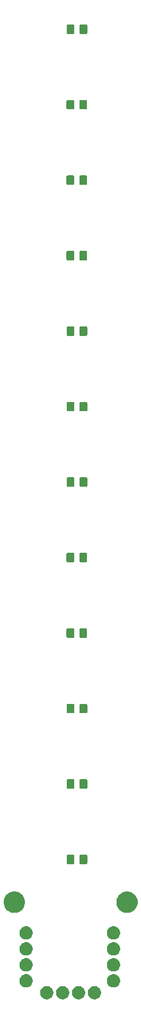
<source format=gbr>
G04 #@! TF.GenerationSoftware,KiCad,Pcbnew,(5.1.4)-1*
G04 #@! TF.CreationDate,2019-09-16T17:16:43+02:00*
G04 #@! TF.ProjectId,LED_Leiste,4c45445f-4c65-4697-9374-652e6b696361,rev?*
G04 #@! TF.SameCoordinates,Original*
G04 #@! TF.FileFunction,Soldermask,Bot*
G04 #@! TF.FilePolarity,Negative*
%FSLAX46Y46*%
G04 Gerber Fmt 4.6, Leading zero omitted, Abs format (unit mm)*
G04 Created by KiCad (PCBNEW (5.1.4)-1) date 2019-09-16 17:16:43*
%MOMM*%
%LPD*%
G04 APERTURE LIST*
%ADD10C,0.100000*%
G04 APERTURE END LIST*
D10*
G36*
X299036564Y-203379389D02*
G01*
X299227833Y-203458615D01*
X299227835Y-203458616D01*
X299305649Y-203510610D01*
X299399973Y-203573635D01*
X299546365Y-203720027D01*
X299661385Y-203892167D01*
X299740611Y-204083436D01*
X299781000Y-204286484D01*
X299781000Y-204493516D01*
X299740611Y-204696564D01*
X299661385Y-204887833D01*
X299661384Y-204887835D01*
X299546365Y-205059973D01*
X299399973Y-205206365D01*
X299227835Y-205321384D01*
X299227834Y-205321385D01*
X299227833Y-205321385D01*
X299036564Y-205400611D01*
X298833516Y-205441000D01*
X298626484Y-205441000D01*
X298423436Y-205400611D01*
X298232167Y-205321385D01*
X298232166Y-205321385D01*
X298232165Y-205321384D01*
X298060027Y-205206365D01*
X297913635Y-205059973D01*
X297798616Y-204887835D01*
X297798615Y-204887833D01*
X297719389Y-204696564D01*
X297679000Y-204493516D01*
X297679000Y-204286484D01*
X297719389Y-204083436D01*
X297798615Y-203892167D01*
X297913635Y-203720027D01*
X298060027Y-203573635D01*
X298154351Y-203510610D01*
X298232165Y-203458616D01*
X298232167Y-203458615D01*
X298423436Y-203379389D01*
X298626484Y-203339000D01*
X298833516Y-203339000D01*
X299036564Y-203379389D01*
X299036564Y-203379389D01*
G37*
G36*
X301576564Y-203379389D02*
G01*
X301767833Y-203458615D01*
X301767835Y-203458616D01*
X301845649Y-203510610D01*
X301939973Y-203573635D01*
X302086365Y-203720027D01*
X302201385Y-203892167D01*
X302280611Y-204083436D01*
X302321000Y-204286484D01*
X302321000Y-204493516D01*
X302280611Y-204696564D01*
X302201385Y-204887833D01*
X302201384Y-204887835D01*
X302086365Y-205059973D01*
X301939973Y-205206365D01*
X301767835Y-205321384D01*
X301767834Y-205321385D01*
X301767833Y-205321385D01*
X301576564Y-205400611D01*
X301373516Y-205441000D01*
X301166484Y-205441000D01*
X300963436Y-205400611D01*
X300772167Y-205321385D01*
X300772166Y-205321385D01*
X300772165Y-205321384D01*
X300600027Y-205206365D01*
X300453635Y-205059973D01*
X300338616Y-204887835D01*
X300338615Y-204887833D01*
X300259389Y-204696564D01*
X300219000Y-204493516D01*
X300219000Y-204286484D01*
X300259389Y-204083436D01*
X300338615Y-203892167D01*
X300453635Y-203720027D01*
X300600027Y-203573635D01*
X300694351Y-203510610D01*
X300772165Y-203458616D01*
X300772167Y-203458615D01*
X300963436Y-203379389D01*
X301166484Y-203339000D01*
X301373516Y-203339000D01*
X301576564Y-203379389D01*
X301576564Y-203379389D01*
G37*
G36*
X304116564Y-203379389D02*
G01*
X304307833Y-203458615D01*
X304307835Y-203458616D01*
X304385649Y-203510610D01*
X304479973Y-203573635D01*
X304626365Y-203720027D01*
X304741385Y-203892167D01*
X304820611Y-204083436D01*
X304861000Y-204286484D01*
X304861000Y-204493516D01*
X304820611Y-204696564D01*
X304741385Y-204887833D01*
X304741384Y-204887835D01*
X304626365Y-205059973D01*
X304479973Y-205206365D01*
X304307835Y-205321384D01*
X304307834Y-205321385D01*
X304307833Y-205321385D01*
X304116564Y-205400611D01*
X303913516Y-205441000D01*
X303706484Y-205441000D01*
X303503436Y-205400611D01*
X303312167Y-205321385D01*
X303312166Y-205321385D01*
X303312165Y-205321384D01*
X303140027Y-205206365D01*
X302993635Y-205059973D01*
X302878616Y-204887835D01*
X302878615Y-204887833D01*
X302799389Y-204696564D01*
X302759000Y-204493516D01*
X302759000Y-204286484D01*
X302799389Y-204083436D01*
X302878615Y-203892167D01*
X302993635Y-203720027D01*
X303140027Y-203573635D01*
X303234351Y-203510610D01*
X303312165Y-203458616D01*
X303312167Y-203458615D01*
X303503436Y-203379389D01*
X303706484Y-203339000D01*
X303913516Y-203339000D01*
X304116564Y-203379389D01*
X304116564Y-203379389D01*
G37*
G36*
X296496564Y-203379389D02*
G01*
X296687833Y-203458615D01*
X296687835Y-203458616D01*
X296765649Y-203510610D01*
X296859973Y-203573635D01*
X297006365Y-203720027D01*
X297121385Y-203892167D01*
X297200611Y-204083436D01*
X297241000Y-204286484D01*
X297241000Y-204493516D01*
X297200611Y-204696564D01*
X297121385Y-204887833D01*
X297121384Y-204887835D01*
X297006365Y-205059973D01*
X296859973Y-205206365D01*
X296687835Y-205321384D01*
X296687834Y-205321385D01*
X296687833Y-205321385D01*
X296496564Y-205400611D01*
X296293516Y-205441000D01*
X296086484Y-205441000D01*
X295883436Y-205400611D01*
X295692167Y-205321385D01*
X295692166Y-205321385D01*
X295692165Y-205321384D01*
X295520027Y-205206365D01*
X295373635Y-205059973D01*
X295258616Y-204887835D01*
X295258615Y-204887833D01*
X295179389Y-204696564D01*
X295139000Y-204493516D01*
X295139000Y-204286484D01*
X295179389Y-204083436D01*
X295258615Y-203892167D01*
X295373635Y-203720027D01*
X295520027Y-203573635D01*
X295614351Y-203510610D01*
X295692165Y-203458616D01*
X295692167Y-203458615D01*
X295883436Y-203379389D01*
X296086484Y-203339000D01*
X296293516Y-203339000D01*
X296496564Y-203379389D01*
X296496564Y-203379389D01*
G37*
G36*
X307146564Y-201489389D02*
G01*
X307337833Y-201568615D01*
X307337835Y-201568616D01*
X307509973Y-201683635D01*
X307656365Y-201830027D01*
X307771385Y-202002167D01*
X307850611Y-202193436D01*
X307891000Y-202396484D01*
X307891000Y-202603516D01*
X307850611Y-202806564D01*
X307771385Y-202997833D01*
X307771384Y-202997835D01*
X307656365Y-203169973D01*
X307509973Y-203316365D01*
X307337835Y-203431384D01*
X307337834Y-203431385D01*
X307337833Y-203431385D01*
X307146564Y-203510611D01*
X306943516Y-203551000D01*
X306736484Y-203551000D01*
X306533436Y-203510611D01*
X306342167Y-203431385D01*
X306342166Y-203431385D01*
X306342165Y-203431384D01*
X306170027Y-203316365D01*
X306023635Y-203169973D01*
X305908616Y-202997835D01*
X305908615Y-202997833D01*
X305829389Y-202806564D01*
X305789000Y-202603516D01*
X305789000Y-202396484D01*
X305829389Y-202193436D01*
X305908615Y-202002167D01*
X306023635Y-201830027D01*
X306170027Y-201683635D01*
X306342165Y-201568616D01*
X306342167Y-201568615D01*
X306533436Y-201489389D01*
X306736484Y-201449000D01*
X306943516Y-201449000D01*
X307146564Y-201489389D01*
X307146564Y-201489389D01*
G37*
G36*
X293196564Y-201489389D02*
G01*
X293387833Y-201568615D01*
X293387835Y-201568616D01*
X293559973Y-201683635D01*
X293706365Y-201830027D01*
X293821385Y-202002167D01*
X293900611Y-202193436D01*
X293941000Y-202396484D01*
X293941000Y-202603516D01*
X293900611Y-202806564D01*
X293821385Y-202997833D01*
X293821384Y-202997835D01*
X293706365Y-203169973D01*
X293559973Y-203316365D01*
X293387835Y-203431384D01*
X293387834Y-203431385D01*
X293387833Y-203431385D01*
X293196564Y-203510611D01*
X292993516Y-203551000D01*
X292786484Y-203551000D01*
X292583436Y-203510611D01*
X292392167Y-203431385D01*
X292392166Y-203431385D01*
X292392165Y-203431384D01*
X292220027Y-203316365D01*
X292073635Y-203169973D01*
X291958616Y-202997835D01*
X291958615Y-202997833D01*
X291879389Y-202806564D01*
X291839000Y-202603516D01*
X291839000Y-202396484D01*
X291879389Y-202193436D01*
X291958615Y-202002167D01*
X292073635Y-201830027D01*
X292220027Y-201683635D01*
X292392165Y-201568616D01*
X292392167Y-201568615D01*
X292583436Y-201489389D01*
X292786484Y-201449000D01*
X292993516Y-201449000D01*
X293196564Y-201489389D01*
X293196564Y-201489389D01*
G37*
G36*
X293196564Y-198949389D02*
G01*
X293387833Y-199028615D01*
X293387835Y-199028616D01*
X293559973Y-199143635D01*
X293706365Y-199290027D01*
X293821385Y-199462167D01*
X293900611Y-199653436D01*
X293941000Y-199856484D01*
X293941000Y-200063516D01*
X293900611Y-200266564D01*
X293821385Y-200457833D01*
X293821384Y-200457835D01*
X293706365Y-200629973D01*
X293559973Y-200776365D01*
X293387835Y-200891384D01*
X293387834Y-200891385D01*
X293387833Y-200891385D01*
X293196564Y-200970611D01*
X292993516Y-201011000D01*
X292786484Y-201011000D01*
X292583436Y-200970611D01*
X292392167Y-200891385D01*
X292392166Y-200891385D01*
X292392165Y-200891384D01*
X292220027Y-200776365D01*
X292073635Y-200629973D01*
X291958616Y-200457835D01*
X291958615Y-200457833D01*
X291879389Y-200266564D01*
X291839000Y-200063516D01*
X291839000Y-199856484D01*
X291879389Y-199653436D01*
X291958615Y-199462167D01*
X292073635Y-199290027D01*
X292220027Y-199143635D01*
X292392165Y-199028616D01*
X292392167Y-199028615D01*
X292583436Y-198949389D01*
X292786484Y-198909000D01*
X292993516Y-198909000D01*
X293196564Y-198949389D01*
X293196564Y-198949389D01*
G37*
G36*
X307146564Y-198949389D02*
G01*
X307337833Y-199028615D01*
X307337835Y-199028616D01*
X307509973Y-199143635D01*
X307656365Y-199290027D01*
X307771385Y-199462167D01*
X307850611Y-199653436D01*
X307891000Y-199856484D01*
X307891000Y-200063516D01*
X307850611Y-200266564D01*
X307771385Y-200457833D01*
X307771384Y-200457835D01*
X307656365Y-200629973D01*
X307509973Y-200776365D01*
X307337835Y-200891384D01*
X307337834Y-200891385D01*
X307337833Y-200891385D01*
X307146564Y-200970611D01*
X306943516Y-201011000D01*
X306736484Y-201011000D01*
X306533436Y-200970611D01*
X306342167Y-200891385D01*
X306342166Y-200891385D01*
X306342165Y-200891384D01*
X306170027Y-200776365D01*
X306023635Y-200629973D01*
X305908616Y-200457835D01*
X305908615Y-200457833D01*
X305829389Y-200266564D01*
X305789000Y-200063516D01*
X305789000Y-199856484D01*
X305829389Y-199653436D01*
X305908615Y-199462167D01*
X306023635Y-199290027D01*
X306170027Y-199143635D01*
X306342165Y-199028616D01*
X306342167Y-199028615D01*
X306533436Y-198949389D01*
X306736484Y-198909000D01*
X306943516Y-198909000D01*
X307146564Y-198949389D01*
X307146564Y-198949389D01*
G37*
G36*
X293196564Y-196409389D02*
G01*
X293387833Y-196488615D01*
X293387835Y-196488616D01*
X293559973Y-196603635D01*
X293706365Y-196750027D01*
X293821385Y-196922167D01*
X293900611Y-197113436D01*
X293941000Y-197316484D01*
X293941000Y-197523516D01*
X293900611Y-197726564D01*
X293821385Y-197917833D01*
X293821384Y-197917835D01*
X293706365Y-198089973D01*
X293559973Y-198236365D01*
X293387835Y-198351384D01*
X293387834Y-198351385D01*
X293387833Y-198351385D01*
X293196564Y-198430611D01*
X292993516Y-198471000D01*
X292786484Y-198471000D01*
X292583436Y-198430611D01*
X292392167Y-198351385D01*
X292392166Y-198351385D01*
X292392165Y-198351384D01*
X292220027Y-198236365D01*
X292073635Y-198089973D01*
X291958616Y-197917835D01*
X291958615Y-197917833D01*
X291879389Y-197726564D01*
X291839000Y-197523516D01*
X291839000Y-197316484D01*
X291879389Y-197113436D01*
X291958615Y-196922167D01*
X292073635Y-196750027D01*
X292220027Y-196603635D01*
X292392165Y-196488616D01*
X292392167Y-196488615D01*
X292583436Y-196409389D01*
X292786484Y-196369000D01*
X292993516Y-196369000D01*
X293196564Y-196409389D01*
X293196564Y-196409389D01*
G37*
G36*
X307146564Y-196409389D02*
G01*
X307337833Y-196488615D01*
X307337835Y-196488616D01*
X307509973Y-196603635D01*
X307656365Y-196750027D01*
X307771385Y-196922167D01*
X307850611Y-197113436D01*
X307891000Y-197316484D01*
X307891000Y-197523516D01*
X307850611Y-197726564D01*
X307771385Y-197917833D01*
X307771384Y-197917835D01*
X307656365Y-198089973D01*
X307509973Y-198236365D01*
X307337835Y-198351384D01*
X307337834Y-198351385D01*
X307337833Y-198351385D01*
X307146564Y-198430611D01*
X306943516Y-198471000D01*
X306736484Y-198471000D01*
X306533436Y-198430611D01*
X306342167Y-198351385D01*
X306342166Y-198351385D01*
X306342165Y-198351384D01*
X306170027Y-198236365D01*
X306023635Y-198089973D01*
X305908616Y-197917835D01*
X305908615Y-197917833D01*
X305829389Y-197726564D01*
X305789000Y-197523516D01*
X305789000Y-197316484D01*
X305829389Y-197113436D01*
X305908615Y-196922167D01*
X306023635Y-196750027D01*
X306170027Y-196603635D01*
X306342165Y-196488616D01*
X306342167Y-196488615D01*
X306533436Y-196409389D01*
X306736484Y-196369000D01*
X306943516Y-196369000D01*
X307146564Y-196409389D01*
X307146564Y-196409389D01*
G37*
G36*
X307146564Y-193869389D02*
G01*
X307337833Y-193948615D01*
X307337835Y-193948616D01*
X307509973Y-194063635D01*
X307656365Y-194210027D01*
X307771385Y-194382167D01*
X307850611Y-194573436D01*
X307891000Y-194776484D01*
X307891000Y-194983516D01*
X307850611Y-195186564D01*
X307771385Y-195377833D01*
X307771384Y-195377835D01*
X307656365Y-195549973D01*
X307509973Y-195696365D01*
X307337835Y-195811384D01*
X307337834Y-195811385D01*
X307337833Y-195811385D01*
X307146564Y-195890611D01*
X306943516Y-195931000D01*
X306736484Y-195931000D01*
X306533436Y-195890611D01*
X306342167Y-195811385D01*
X306342166Y-195811385D01*
X306342165Y-195811384D01*
X306170027Y-195696365D01*
X306023635Y-195549973D01*
X305908616Y-195377835D01*
X305908615Y-195377833D01*
X305829389Y-195186564D01*
X305789000Y-194983516D01*
X305789000Y-194776484D01*
X305829389Y-194573436D01*
X305908615Y-194382167D01*
X306023635Y-194210027D01*
X306170027Y-194063635D01*
X306342165Y-193948616D01*
X306342167Y-193948615D01*
X306533436Y-193869389D01*
X306736484Y-193829000D01*
X306943516Y-193829000D01*
X307146564Y-193869389D01*
X307146564Y-193869389D01*
G37*
G36*
X293196564Y-193869389D02*
G01*
X293387833Y-193948615D01*
X293387835Y-193948616D01*
X293559973Y-194063635D01*
X293706365Y-194210027D01*
X293821385Y-194382167D01*
X293900611Y-194573436D01*
X293941000Y-194776484D01*
X293941000Y-194983516D01*
X293900611Y-195186564D01*
X293821385Y-195377833D01*
X293821384Y-195377835D01*
X293706365Y-195549973D01*
X293559973Y-195696365D01*
X293387835Y-195811384D01*
X293387834Y-195811385D01*
X293387833Y-195811385D01*
X293196564Y-195890611D01*
X292993516Y-195931000D01*
X292786484Y-195931000D01*
X292583436Y-195890611D01*
X292392167Y-195811385D01*
X292392166Y-195811385D01*
X292392165Y-195811384D01*
X292220027Y-195696365D01*
X292073635Y-195549973D01*
X291958616Y-195377835D01*
X291958615Y-195377833D01*
X291879389Y-195186564D01*
X291839000Y-194983516D01*
X291839000Y-194776484D01*
X291879389Y-194573436D01*
X291958615Y-194382167D01*
X292073635Y-194210027D01*
X292220027Y-194063635D01*
X292392165Y-193948616D01*
X292392167Y-193948615D01*
X292583436Y-193869389D01*
X292786484Y-193829000D01*
X292993516Y-193829000D01*
X293196564Y-193869389D01*
X293196564Y-193869389D01*
G37*
G36*
X291496162Y-188364368D02*
G01*
X291805724Y-188492593D01*
X291805725Y-188492594D01*
X292084324Y-188678747D01*
X292321253Y-188915676D01*
X292445637Y-189101830D01*
X292507407Y-189194276D01*
X292635632Y-189503838D01*
X292701000Y-189832465D01*
X292701000Y-190167535D01*
X292635632Y-190496162D01*
X292507407Y-190805724D01*
X292507406Y-190805725D01*
X292321253Y-191084324D01*
X292084324Y-191321253D01*
X291898170Y-191445637D01*
X291805724Y-191507407D01*
X291496162Y-191635632D01*
X291167535Y-191701000D01*
X290832465Y-191701000D01*
X290503838Y-191635632D01*
X290194276Y-191507407D01*
X290101830Y-191445637D01*
X289915676Y-191321253D01*
X289678747Y-191084324D01*
X289492594Y-190805725D01*
X289492593Y-190805724D01*
X289364368Y-190496162D01*
X289299000Y-190167535D01*
X289299000Y-189832465D01*
X289364368Y-189503838D01*
X289492593Y-189194276D01*
X289554363Y-189101830D01*
X289678747Y-188915676D01*
X289915676Y-188678747D01*
X290194275Y-188492594D01*
X290194276Y-188492593D01*
X290503838Y-188364368D01*
X290832465Y-188299000D01*
X291167535Y-188299000D01*
X291496162Y-188364368D01*
X291496162Y-188364368D01*
G37*
G36*
X309496162Y-188364368D02*
G01*
X309805724Y-188492593D01*
X309805725Y-188492594D01*
X310084324Y-188678747D01*
X310321253Y-188915676D01*
X310445637Y-189101830D01*
X310507407Y-189194276D01*
X310635632Y-189503838D01*
X310701000Y-189832465D01*
X310701000Y-190167535D01*
X310635632Y-190496162D01*
X310507407Y-190805724D01*
X310507406Y-190805725D01*
X310321253Y-191084324D01*
X310084324Y-191321253D01*
X309898170Y-191445637D01*
X309805724Y-191507407D01*
X309496162Y-191635632D01*
X309167535Y-191701000D01*
X308832465Y-191701000D01*
X308503838Y-191635632D01*
X308194276Y-191507407D01*
X308101830Y-191445637D01*
X307915676Y-191321253D01*
X307678747Y-191084324D01*
X307492594Y-190805725D01*
X307492593Y-190805724D01*
X307364368Y-190496162D01*
X307299000Y-190167535D01*
X307299000Y-189832465D01*
X307364368Y-189503838D01*
X307492593Y-189194276D01*
X307554363Y-189101830D01*
X307678747Y-188915676D01*
X307915676Y-188678747D01*
X308194275Y-188492594D01*
X308194276Y-188492593D01*
X308503838Y-188364368D01*
X308832465Y-188299000D01*
X309167535Y-188299000D01*
X309496162Y-188364368D01*
X309496162Y-188364368D01*
G37*
G36*
X302488674Y-182453465D02*
G01*
X302526367Y-182464899D01*
X302561103Y-182483466D01*
X302591548Y-182508452D01*
X302616534Y-182538897D01*
X302635101Y-182573633D01*
X302646535Y-182611326D01*
X302651000Y-182656661D01*
X302651000Y-183743339D01*
X302646535Y-183788674D01*
X302635101Y-183826367D01*
X302616534Y-183861103D01*
X302591548Y-183891548D01*
X302561103Y-183916534D01*
X302526367Y-183935101D01*
X302488674Y-183946535D01*
X302443339Y-183951000D01*
X301606661Y-183951000D01*
X301561326Y-183946535D01*
X301523633Y-183935101D01*
X301488897Y-183916534D01*
X301458452Y-183891548D01*
X301433466Y-183861103D01*
X301414899Y-183826367D01*
X301403465Y-183788674D01*
X301399000Y-183743339D01*
X301399000Y-182656661D01*
X301403465Y-182611326D01*
X301414899Y-182573633D01*
X301433466Y-182538897D01*
X301458452Y-182508452D01*
X301488897Y-182483466D01*
X301523633Y-182464899D01*
X301561326Y-182453465D01*
X301606661Y-182449000D01*
X302443339Y-182449000D01*
X302488674Y-182453465D01*
X302488674Y-182453465D01*
G37*
G36*
X300438674Y-182453465D02*
G01*
X300476367Y-182464899D01*
X300511103Y-182483466D01*
X300541548Y-182508452D01*
X300566534Y-182538897D01*
X300585101Y-182573633D01*
X300596535Y-182611326D01*
X300601000Y-182656661D01*
X300601000Y-183743339D01*
X300596535Y-183788674D01*
X300585101Y-183826367D01*
X300566534Y-183861103D01*
X300541548Y-183891548D01*
X300511103Y-183916534D01*
X300476367Y-183935101D01*
X300438674Y-183946535D01*
X300393339Y-183951000D01*
X299556661Y-183951000D01*
X299511326Y-183946535D01*
X299473633Y-183935101D01*
X299438897Y-183916534D01*
X299408452Y-183891548D01*
X299383466Y-183861103D01*
X299364899Y-183826367D01*
X299353465Y-183788674D01*
X299349000Y-183743339D01*
X299349000Y-182656661D01*
X299353465Y-182611326D01*
X299364899Y-182573633D01*
X299383466Y-182538897D01*
X299408452Y-182508452D01*
X299438897Y-182483466D01*
X299473633Y-182464899D01*
X299511326Y-182453465D01*
X299556661Y-182449000D01*
X300393339Y-182449000D01*
X300438674Y-182453465D01*
X300438674Y-182453465D01*
G37*
G36*
X302488674Y-170453465D02*
G01*
X302526367Y-170464899D01*
X302561103Y-170483466D01*
X302591548Y-170508452D01*
X302616534Y-170538897D01*
X302635101Y-170573633D01*
X302646535Y-170611326D01*
X302651000Y-170656661D01*
X302651000Y-171743339D01*
X302646535Y-171788674D01*
X302635101Y-171826367D01*
X302616534Y-171861103D01*
X302591548Y-171891548D01*
X302561103Y-171916534D01*
X302526367Y-171935101D01*
X302488674Y-171946535D01*
X302443339Y-171951000D01*
X301606661Y-171951000D01*
X301561326Y-171946535D01*
X301523633Y-171935101D01*
X301488897Y-171916534D01*
X301458452Y-171891548D01*
X301433466Y-171861103D01*
X301414899Y-171826367D01*
X301403465Y-171788674D01*
X301399000Y-171743339D01*
X301399000Y-170656661D01*
X301403465Y-170611326D01*
X301414899Y-170573633D01*
X301433466Y-170538897D01*
X301458452Y-170508452D01*
X301488897Y-170483466D01*
X301523633Y-170464899D01*
X301561326Y-170453465D01*
X301606661Y-170449000D01*
X302443339Y-170449000D01*
X302488674Y-170453465D01*
X302488674Y-170453465D01*
G37*
G36*
X300438674Y-170453465D02*
G01*
X300476367Y-170464899D01*
X300511103Y-170483466D01*
X300541548Y-170508452D01*
X300566534Y-170538897D01*
X300585101Y-170573633D01*
X300596535Y-170611326D01*
X300601000Y-170656661D01*
X300601000Y-171743339D01*
X300596535Y-171788674D01*
X300585101Y-171826367D01*
X300566534Y-171861103D01*
X300541548Y-171891548D01*
X300511103Y-171916534D01*
X300476367Y-171935101D01*
X300438674Y-171946535D01*
X300393339Y-171951000D01*
X299556661Y-171951000D01*
X299511326Y-171946535D01*
X299473633Y-171935101D01*
X299438897Y-171916534D01*
X299408452Y-171891548D01*
X299383466Y-171861103D01*
X299364899Y-171826367D01*
X299353465Y-171788674D01*
X299349000Y-171743339D01*
X299349000Y-170656661D01*
X299353465Y-170611326D01*
X299364899Y-170573633D01*
X299383466Y-170538897D01*
X299408452Y-170508452D01*
X299438897Y-170483466D01*
X299473633Y-170464899D01*
X299511326Y-170453465D01*
X299556661Y-170449000D01*
X300393339Y-170449000D01*
X300438674Y-170453465D01*
X300438674Y-170453465D01*
G37*
G36*
X302488674Y-158453465D02*
G01*
X302526367Y-158464899D01*
X302561103Y-158483466D01*
X302591548Y-158508452D01*
X302616534Y-158538897D01*
X302635101Y-158573633D01*
X302646535Y-158611326D01*
X302651000Y-158656661D01*
X302651000Y-159743339D01*
X302646535Y-159788674D01*
X302635101Y-159826367D01*
X302616534Y-159861103D01*
X302591548Y-159891548D01*
X302561103Y-159916534D01*
X302526367Y-159935101D01*
X302488674Y-159946535D01*
X302443339Y-159951000D01*
X301606661Y-159951000D01*
X301561326Y-159946535D01*
X301523633Y-159935101D01*
X301488897Y-159916534D01*
X301458452Y-159891548D01*
X301433466Y-159861103D01*
X301414899Y-159826367D01*
X301403465Y-159788674D01*
X301399000Y-159743339D01*
X301399000Y-158656661D01*
X301403465Y-158611326D01*
X301414899Y-158573633D01*
X301433466Y-158538897D01*
X301458452Y-158508452D01*
X301488897Y-158483466D01*
X301523633Y-158464899D01*
X301561326Y-158453465D01*
X301606661Y-158449000D01*
X302443339Y-158449000D01*
X302488674Y-158453465D01*
X302488674Y-158453465D01*
G37*
G36*
X300438674Y-158453465D02*
G01*
X300476367Y-158464899D01*
X300511103Y-158483466D01*
X300541548Y-158508452D01*
X300566534Y-158538897D01*
X300585101Y-158573633D01*
X300596535Y-158611326D01*
X300601000Y-158656661D01*
X300601000Y-159743339D01*
X300596535Y-159788674D01*
X300585101Y-159826367D01*
X300566534Y-159861103D01*
X300541548Y-159891548D01*
X300511103Y-159916534D01*
X300476367Y-159935101D01*
X300438674Y-159946535D01*
X300393339Y-159951000D01*
X299556661Y-159951000D01*
X299511326Y-159946535D01*
X299473633Y-159935101D01*
X299438897Y-159916534D01*
X299408452Y-159891548D01*
X299383466Y-159861103D01*
X299364899Y-159826367D01*
X299353465Y-159788674D01*
X299349000Y-159743339D01*
X299349000Y-158656661D01*
X299353465Y-158611326D01*
X299364899Y-158573633D01*
X299383466Y-158538897D01*
X299408452Y-158508452D01*
X299438897Y-158483466D01*
X299473633Y-158464899D01*
X299511326Y-158453465D01*
X299556661Y-158449000D01*
X300393339Y-158449000D01*
X300438674Y-158453465D01*
X300438674Y-158453465D01*
G37*
G36*
X302463674Y-146453465D02*
G01*
X302501367Y-146464899D01*
X302536103Y-146483466D01*
X302566548Y-146508452D01*
X302591534Y-146538897D01*
X302610101Y-146573633D01*
X302621535Y-146611326D01*
X302626000Y-146656661D01*
X302626000Y-147743339D01*
X302621535Y-147788674D01*
X302610101Y-147826367D01*
X302591534Y-147861103D01*
X302566548Y-147891548D01*
X302536103Y-147916534D01*
X302501367Y-147935101D01*
X302463674Y-147946535D01*
X302418339Y-147951000D01*
X301581661Y-147951000D01*
X301536326Y-147946535D01*
X301498633Y-147935101D01*
X301463897Y-147916534D01*
X301433452Y-147891548D01*
X301408466Y-147861103D01*
X301389899Y-147826367D01*
X301378465Y-147788674D01*
X301374000Y-147743339D01*
X301374000Y-146656661D01*
X301378465Y-146611326D01*
X301389899Y-146573633D01*
X301408466Y-146538897D01*
X301433452Y-146508452D01*
X301463897Y-146483466D01*
X301498633Y-146464899D01*
X301536326Y-146453465D01*
X301581661Y-146449000D01*
X302418339Y-146449000D01*
X302463674Y-146453465D01*
X302463674Y-146453465D01*
G37*
G36*
X300413674Y-146453465D02*
G01*
X300451367Y-146464899D01*
X300486103Y-146483466D01*
X300516548Y-146508452D01*
X300541534Y-146538897D01*
X300560101Y-146573633D01*
X300571535Y-146611326D01*
X300576000Y-146656661D01*
X300576000Y-147743339D01*
X300571535Y-147788674D01*
X300560101Y-147826367D01*
X300541534Y-147861103D01*
X300516548Y-147891548D01*
X300486103Y-147916534D01*
X300451367Y-147935101D01*
X300413674Y-147946535D01*
X300368339Y-147951000D01*
X299531661Y-147951000D01*
X299486326Y-147946535D01*
X299448633Y-147935101D01*
X299413897Y-147916534D01*
X299383452Y-147891548D01*
X299358466Y-147861103D01*
X299339899Y-147826367D01*
X299328465Y-147788674D01*
X299324000Y-147743339D01*
X299324000Y-146656661D01*
X299328465Y-146611326D01*
X299339899Y-146573633D01*
X299358466Y-146538897D01*
X299383452Y-146508452D01*
X299413897Y-146483466D01*
X299448633Y-146464899D01*
X299486326Y-146453465D01*
X299531661Y-146449000D01*
X300368339Y-146449000D01*
X300413674Y-146453465D01*
X300413674Y-146453465D01*
G37*
G36*
X302463674Y-134453465D02*
G01*
X302501367Y-134464899D01*
X302536103Y-134483466D01*
X302566548Y-134508452D01*
X302591534Y-134538897D01*
X302610101Y-134573633D01*
X302621535Y-134611326D01*
X302626000Y-134656661D01*
X302626000Y-135743339D01*
X302621535Y-135788674D01*
X302610101Y-135826367D01*
X302591534Y-135861103D01*
X302566548Y-135891548D01*
X302536103Y-135916534D01*
X302501367Y-135935101D01*
X302463674Y-135946535D01*
X302418339Y-135951000D01*
X301581661Y-135951000D01*
X301536326Y-135946535D01*
X301498633Y-135935101D01*
X301463897Y-135916534D01*
X301433452Y-135891548D01*
X301408466Y-135861103D01*
X301389899Y-135826367D01*
X301378465Y-135788674D01*
X301374000Y-135743339D01*
X301374000Y-134656661D01*
X301378465Y-134611326D01*
X301389899Y-134573633D01*
X301408466Y-134538897D01*
X301433452Y-134508452D01*
X301463897Y-134483466D01*
X301498633Y-134464899D01*
X301536326Y-134453465D01*
X301581661Y-134449000D01*
X302418339Y-134449000D01*
X302463674Y-134453465D01*
X302463674Y-134453465D01*
G37*
G36*
X300413674Y-134453465D02*
G01*
X300451367Y-134464899D01*
X300486103Y-134483466D01*
X300516548Y-134508452D01*
X300541534Y-134538897D01*
X300560101Y-134573633D01*
X300571535Y-134611326D01*
X300576000Y-134656661D01*
X300576000Y-135743339D01*
X300571535Y-135788674D01*
X300560101Y-135826367D01*
X300541534Y-135861103D01*
X300516548Y-135891548D01*
X300486103Y-135916534D01*
X300451367Y-135935101D01*
X300413674Y-135946535D01*
X300368339Y-135951000D01*
X299531661Y-135951000D01*
X299486326Y-135946535D01*
X299448633Y-135935101D01*
X299413897Y-135916534D01*
X299383452Y-135891548D01*
X299358466Y-135861103D01*
X299339899Y-135826367D01*
X299328465Y-135788674D01*
X299324000Y-135743339D01*
X299324000Y-134656661D01*
X299328465Y-134611326D01*
X299339899Y-134573633D01*
X299358466Y-134538897D01*
X299383452Y-134508452D01*
X299413897Y-134483466D01*
X299448633Y-134464899D01*
X299486326Y-134453465D01*
X299531661Y-134449000D01*
X300368339Y-134449000D01*
X300413674Y-134453465D01*
X300413674Y-134453465D01*
G37*
G36*
X300438674Y-122453465D02*
G01*
X300476367Y-122464899D01*
X300511103Y-122483466D01*
X300541548Y-122508452D01*
X300566534Y-122538897D01*
X300585101Y-122573633D01*
X300596535Y-122611326D01*
X300601000Y-122656661D01*
X300601000Y-123743339D01*
X300596535Y-123788674D01*
X300585101Y-123826367D01*
X300566534Y-123861103D01*
X300541548Y-123891548D01*
X300511103Y-123916534D01*
X300476367Y-123935101D01*
X300438674Y-123946535D01*
X300393339Y-123951000D01*
X299556661Y-123951000D01*
X299511326Y-123946535D01*
X299473633Y-123935101D01*
X299438897Y-123916534D01*
X299408452Y-123891548D01*
X299383466Y-123861103D01*
X299364899Y-123826367D01*
X299353465Y-123788674D01*
X299349000Y-123743339D01*
X299349000Y-122656661D01*
X299353465Y-122611326D01*
X299364899Y-122573633D01*
X299383466Y-122538897D01*
X299408452Y-122508452D01*
X299438897Y-122483466D01*
X299473633Y-122464899D01*
X299511326Y-122453465D01*
X299556661Y-122449000D01*
X300393339Y-122449000D01*
X300438674Y-122453465D01*
X300438674Y-122453465D01*
G37*
G36*
X302488674Y-122453465D02*
G01*
X302526367Y-122464899D01*
X302561103Y-122483466D01*
X302591548Y-122508452D01*
X302616534Y-122538897D01*
X302635101Y-122573633D01*
X302646535Y-122611326D01*
X302651000Y-122656661D01*
X302651000Y-123743339D01*
X302646535Y-123788674D01*
X302635101Y-123826367D01*
X302616534Y-123861103D01*
X302591548Y-123891548D01*
X302561103Y-123916534D01*
X302526367Y-123935101D01*
X302488674Y-123946535D01*
X302443339Y-123951000D01*
X301606661Y-123951000D01*
X301561326Y-123946535D01*
X301523633Y-123935101D01*
X301488897Y-123916534D01*
X301458452Y-123891548D01*
X301433466Y-123861103D01*
X301414899Y-123826367D01*
X301403465Y-123788674D01*
X301399000Y-123743339D01*
X301399000Y-122656661D01*
X301403465Y-122611326D01*
X301414899Y-122573633D01*
X301433466Y-122538897D01*
X301458452Y-122508452D01*
X301488897Y-122483466D01*
X301523633Y-122464899D01*
X301561326Y-122453465D01*
X301606661Y-122449000D01*
X302443339Y-122449000D01*
X302488674Y-122453465D01*
X302488674Y-122453465D01*
G37*
G36*
X300438674Y-110453465D02*
G01*
X300476367Y-110464899D01*
X300511103Y-110483466D01*
X300541548Y-110508452D01*
X300566534Y-110538897D01*
X300585101Y-110573633D01*
X300596535Y-110611326D01*
X300601000Y-110656661D01*
X300601000Y-111743339D01*
X300596535Y-111788674D01*
X300585101Y-111826367D01*
X300566534Y-111861103D01*
X300541548Y-111891548D01*
X300511103Y-111916534D01*
X300476367Y-111935101D01*
X300438674Y-111946535D01*
X300393339Y-111951000D01*
X299556661Y-111951000D01*
X299511326Y-111946535D01*
X299473633Y-111935101D01*
X299438897Y-111916534D01*
X299408452Y-111891548D01*
X299383466Y-111861103D01*
X299364899Y-111826367D01*
X299353465Y-111788674D01*
X299349000Y-111743339D01*
X299349000Y-110656661D01*
X299353465Y-110611326D01*
X299364899Y-110573633D01*
X299383466Y-110538897D01*
X299408452Y-110508452D01*
X299438897Y-110483466D01*
X299473633Y-110464899D01*
X299511326Y-110453465D01*
X299556661Y-110449000D01*
X300393339Y-110449000D01*
X300438674Y-110453465D01*
X300438674Y-110453465D01*
G37*
G36*
X302488674Y-110453465D02*
G01*
X302526367Y-110464899D01*
X302561103Y-110483466D01*
X302591548Y-110508452D01*
X302616534Y-110538897D01*
X302635101Y-110573633D01*
X302646535Y-110611326D01*
X302651000Y-110656661D01*
X302651000Y-111743339D01*
X302646535Y-111788674D01*
X302635101Y-111826367D01*
X302616534Y-111861103D01*
X302591548Y-111891548D01*
X302561103Y-111916534D01*
X302526367Y-111935101D01*
X302488674Y-111946535D01*
X302443339Y-111951000D01*
X301606661Y-111951000D01*
X301561326Y-111946535D01*
X301523633Y-111935101D01*
X301488897Y-111916534D01*
X301458452Y-111891548D01*
X301433466Y-111861103D01*
X301414899Y-111826367D01*
X301403465Y-111788674D01*
X301399000Y-111743339D01*
X301399000Y-110656661D01*
X301403465Y-110611326D01*
X301414899Y-110573633D01*
X301433466Y-110538897D01*
X301458452Y-110508452D01*
X301488897Y-110483466D01*
X301523633Y-110464899D01*
X301561326Y-110453465D01*
X301606661Y-110449000D01*
X302443339Y-110449000D01*
X302488674Y-110453465D01*
X302488674Y-110453465D01*
G37*
G36*
X302488674Y-98453465D02*
G01*
X302526367Y-98464899D01*
X302561103Y-98483466D01*
X302591548Y-98508452D01*
X302616534Y-98538897D01*
X302635101Y-98573633D01*
X302646535Y-98611326D01*
X302651000Y-98656661D01*
X302651000Y-99743339D01*
X302646535Y-99788674D01*
X302635101Y-99826367D01*
X302616534Y-99861103D01*
X302591548Y-99891548D01*
X302561103Y-99916534D01*
X302526367Y-99935101D01*
X302488674Y-99946535D01*
X302443339Y-99951000D01*
X301606661Y-99951000D01*
X301561326Y-99946535D01*
X301523633Y-99935101D01*
X301488897Y-99916534D01*
X301458452Y-99891548D01*
X301433466Y-99861103D01*
X301414899Y-99826367D01*
X301403465Y-99788674D01*
X301399000Y-99743339D01*
X301399000Y-98656661D01*
X301403465Y-98611326D01*
X301414899Y-98573633D01*
X301433466Y-98538897D01*
X301458452Y-98508452D01*
X301488897Y-98483466D01*
X301523633Y-98464899D01*
X301561326Y-98453465D01*
X301606661Y-98449000D01*
X302443339Y-98449000D01*
X302488674Y-98453465D01*
X302488674Y-98453465D01*
G37*
G36*
X300438674Y-98453465D02*
G01*
X300476367Y-98464899D01*
X300511103Y-98483466D01*
X300541548Y-98508452D01*
X300566534Y-98538897D01*
X300585101Y-98573633D01*
X300596535Y-98611326D01*
X300601000Y-98656661D01*
X300601000Y-99743339D01*
X300596535Y-99788674D01*
X300585101Y-99826367D01*
X300566534Y-99861103D01*
X300541548Y-99891548D01*
X300511103Y-99916534D01*
X300476367Y-99935101D01*
X300438674Y-99946535D01*
X300393339Y-99951000D01*
X299556661Y-99951000D01*
X299511326Y-99946535D01*
X299473633Y-99935101D01*
X299438897Y-99916534D01*
X299408452Y-99891548D01*
X299383466Y-99861103D01*
X299364899Y-99826367D01*
X299353465Y-99788674D01*
X299349000Y-99743339D01*
X299349000Y-98656661D01*
X299353465Y-98611326D01*
X299364899Y-98573633D01*
X299383466Y-98538897D01*
X299408452Y-98508452D01*
X299438897Y-98483466D01*
X299473633Y-98464899D01*
X299511326Y-98453465D01*
X299556661Y-98449000D01*
X300393339Y-98449000D01*
X300438674Y-98453465D01*
X300438674Y-98453465D01*
G37*
G36*
X300413674Y-86453465D02*
G01*
X300451367Y-86464899D01*
X300486103Y-86483466D01*
X300516548Y-86508452D01*
X300541534Y-86538897D01*
X300560101Y-86573633D01*
X300571535Y-86611326D01*
X300576000Y-86656661D01*
X300576000Y-87743339D01*
X300571535Y-87788674D01*
X300560101Y-87826367D01*
X300541534Y-87861103D01*
X300516548Y-87891548D01*
X300486103Y-87916534D01*
X300451367Y-87935101D01*
X300413674Y-87946535D01*
X300368339Y-87951000D01*
X299531661Y-87951000D01*
X299486326Y-87946535D01*
X299448633Y-87935101D01*
X299413897Y-87916534D01*
X299383452Y-87891548D01*
X299358466Y-87861103D01*
X299339899Y-87826367D01*
X299328465Y-87788674D01*
X299324000Y-87743339D01*
X299324000Y-86656661D01*
X299328465Y-86611326D01*
X299339899Y-86573633D01*
X299358466Y-86538897D01*
X299383452Y-86508452D01*
X299413897Y-86483466D01*
X299448633Y-86464899D01*
X299486326Y-86453465D01*
X299531661Y-86449000D01*
X300368339Y-86449000D01*
X300413674Y-86453465D01*
X300413674Y-86453465D01*
G37*
G36*
X302463674Y-86453465D02*
G01*
X302501367Y-86464899D01*
X302536103Y-86483466D01*
X302566548Y-86508452D01*
X302591534Y-86538897D01*
X302610101Y-86573633D01*
X302621535Y-86611326D01*
X302626000Y-86656661D01*
X302626000Y-87743339D01*
X302621535Y-87788674D01*
X302610101Y-87826367D01*
X302591534Y-87861103D01*
X302566548Y-87891548D01*
X302536103Y-87916534D01*
X302501367Y-87935101D01*
X302463674Y-87946535D01*
X302418339Y-87951000D01*
X301581661Y-87951000D01*
X301536326Y-87946535D01*
X301498633Y-87935101D01*
X301463897Y-87916534D01*
X301433452Y-87891548D01*
X301408466Y-87861103D01*
X301389899Y-87826367D01*
X301378465Y-87788674D01*
X301374000Y-87743339D01*
X301374000Y-86656661D01*
X301378465Y-86611326D01*
X301389899Y-86573633D01*
X301408466Y-86538897D01*
X301433452Y-86508452D01*
X301463897Y-86483466D01*
X301498633Y-86464899D01*
X301536326Y-86453465D01*
X301581661Y-86449000D01*
X302418339Y-86449000D01*
X302463674Y-86453465D01*
X302463674Y-86453465D01*
G37*
G36*
X300413674Y-74453465D02*
G01*
X300451367Y-74464899D01*
X300486103Y-74483466D01*
X300516548Y-74508452D01*
X300541534Y-74538897D01*
X300560101Y-74573633D01*
X300571535Y-74611326D01*
X300576000Y-74656661D01*
X300576000Y-75743339D01*
X300571535Y-75788674D01*
X300560101Y-75826367D01*
X300541534Y-75861103D01*
X300516548Y-75891548D01*
X300486103Y-75916534D01*
X300451367Y-75935101D01*
X300413674Y-75946535D01*
X300368339Y-75951000D01*
X299531661Y-75951000D01*
X299486326Y-75946535D01*
X299448633Y-75935101D01*
X299413897Y-75916534D01*
X299383452Y-75891548D01*
X299358466Y-75861103D01*
X299339899Y-75826367D01*
X299328465Y-75788674D01*
X299324000Y-75743339D01*
X299324000Y-74656661D01*
X299328465Y-74611326D01*
X299339899Y-74573633D01*
X299358466Y-74538897D01*
X299383452Y-74508452D01*
X299413897Y-74483466D01*
X299448633Y-74464899D01*
X299486326Y-74453465D01*
X299531661Y-74449000D01*
X300368339Y-74449000D01*
X300413674Y-74453465D01*
X300413674Y-74453465D01*
G37*
G36*
X302463674Y-74453465D02*
G01*
X302501367Y-74464899D01*
X302536103Y-74483466D01*
X302566548Y-74508452D01*
X302591534Y-74538897D01*
X302610101Y-74573633D01*
X302621535Y-74611326D01*
X302626000Y-74656661D01*
X302626000Y-75743339D01*
X302621535Y-75788674D01*
X302610101Y-75826367D01*
X302591534Y-75861103D01*
X302566548Y-75891548D01*
X302536103Y-75916534D01*
X302501367Y-75935101D01*
X302463674Y-75946535D01*
X302418339Y-75951000D01*
X301581661Y-75951000D01*
X301536326Y-75946535D01*
X301498633Y-75935101D01*
X301463897Y-75916534D01*
X301433452Y-75891548D01*
X301408466Y-75861103D01*
X301389899Y-75826367D01*
X301378465Y-75788674D01*
X301374000Y-75743339D01*
X301374000Y-74656661D01*
X301378465Y-74611326D01*
X301389899Y-74573633D01*
X301408466Y-74538897D01*
X301433452Y-74508452D01*
X301463897Y-74483466D01*
X301498633Y-74464899D01*
X301536326Y-74453465D01*
X301581661Y-74449000D01*
X302418339Y-74449000D01*
X302463674Y-74453465D01*
X302463674Y-74453465D01*
G37*
G36*
X300413674Y-62453465D02*
G01*
X300451367Y-62464899D01*
X300486103Y-62483466D01*
X300516548Y-62508452D01*
X300541534Y-62538897D01*
X300560101Y-62573633D01*
X300571535Y-62611326D01*
X300576000Y-62656661D01*
X300576000Y-63743339D01*
X300571535Y-63788674D01*
X300560101Y-63826367D01*
X300541534Y-63861103D01*
X300516548Y-63891548D01*
X300486103Y-63916534D01*
X300451367Y-63935101D01*
X300413674Y-63946535D01*
X300368339Y-63951000D01*
X299531661Y-63951000D01*
X299486326Y-63946535D01*
X299448633Y-63935101D01*
X299413897Y-63916534D01*
X299383452Y-63891548D01*
X299358466Y-63861103D01*
X299339899Y-63826367D01*
X299328465Y-63788674D01*
X299324000Y-63743339D01*
X299324000Y-62656661D01*
X299328465Y-62611326D01*
X299339899Y-62573633D01*
X299358466Y-62538897D01*
X299383452Y-62508452D01*
X299413897Y-62483466D01*
X299448633Y-62464899D01*
X299486326Y-62453465D01*
X299531661Y-62449000D01*
X300368339Y-62449000D01*
X300413674Y-62453465D01*
X300413674Y-62453465D01*
G37*
G36*
X302463674Y-62453465D02*
G01*
X302501367Y-62464899D01*
X302536103Y-62483466D01*
X302566548Y-62508452D01*
X302591534Y-62538897D01*
X302610101Y-62573633D01*
X302621535Y-62611326D01*
X302626000Y-62656661D01*
X302626000Y-63743339D01*
X302621535Y-63788674D01*
X302610101Y-63826367D01*
X302591534Y-63861103D01*
X302566548Y-63891548D01*
X302536103Y-63916534D01*
X302501367Y-63935101D01*
X302463674Y-63946535D01*
X302418339Y-63951000D01*
X301581661Y-63951000D01*
X301536326Y-63946535D01*
X301498633Y-63935101D01*
X301463897Y-63916534D01*
X301433452Y-63891548D01*
X301408466Y-63861103D01*
X301389899Y-63826367D01*
X301378465Y-63788674D01*
X301374000Y-63743339D01*
X301374000Y-62656661D01*
X301378465Y-62611326D01*
X301389899Y-62573633D01*
X301408466Y-62538897D01*
X301433452Y-62508452D01*
X301463897Y-62483466D01*
X301498633Y-62464899D01*
X301536326Y-62453465D01*
X301581661Y-62449000D01*
X302418339Y-62449000D01*
X302463674Y-62453465D01*
X302463674Y-62453465D01*
G37*
G36*
X302488674Y-50453465D02*
G01*
X302526367Y-50464899D01*
X302561103Y-50483466D01*
X302591548Y-50508452D01*
X302616534Y-50538897D01*
X302635101Y-50573633D01*
X302646535Y-50611326D01*
X302651000Y-50656661D01*
X302651000Y-51743339D01*
X302646535Y-51788674D01*
X302635101Y-51826367D01*
X302616534Y-51861103D01*
X302591548Y-51891548D01*
X302561103Y-51916534D01*
X302526367Y-51935101D01*
X302488674Y-51946535D01*
X302443339Y-51951000D01*
X301606661Y-51951000D01*
X301561326Y-51946535D01*
X301523633Y-51935101D01*
X301488897Y-51916534D01*
X301458452Y-51891548D01*
X301433466Y-51861103D01*
X301414899Y-51826367D01*
X301403465Y-51788674D01*
X301399000Y-51743339D01*
X301399000Y-50656661D01*
X301403465Y-50611326D01*
X301414899Y-50573633D01*
X301433466Y-50538897D01*
X301458452Y-50508452D01*
X301488897Y-50483466D01*
X301523633Y-50464899D01*
X301561326Y-50453465D01*
X301606661Y-50449000D01*
X302443339Y-50449000D01*
X302488674Y-50453465D01*
X302488674Y-50453465D01*
G37*
G36*
X300438674Y-50453465D02*
G01*
X300476367Y-50464899D01*
X300511103Y-50483466D01*
X300541548Y-50508452D01*
X300566534Y-50538897D01*
X300585101Y-50573633D01*
X300596535Y-50611326D01*
X300601000Y-50656661D01*
X300601000Y-51743339D01*
X300596535Y-51788674D01*
X300585101Y-51826367D01*
X300566534Y-51861103D01*
X300541548Y-51891548D01*
X300511103Y-51916534D01*
X300476367Y-51935101D01*
X300438674Y-51946535D01*
X300393339Y-51951000D01*
X299556661Y-51951000D01*
X299511326Y-51946535D01*
X299473633Y-51935101D01*
X299438897Y-51916534D01*
X299408452Y-51891548D01*
X299383466Y-51861103D01*
X299364899Y-51826367D01*
X299353465Y-51788674D01*
X299349000Y-51743339D01*
X299349000Y-50656661D01*
X299353465Y-50611326D01*
X299364899Y-50573633D01*
X299383466Y-50538897D01*
X299408452Y-50508452D01*
X299438897Y-50483466D01*
X299473633Y-50464899D01*
X299511326Y-50453465D01*
X299556661Y-50449000D01*
X300393339Y-50449000D01*
X300438674Y-50453465D01*
X300438674Y-50453465D01*
G37*
M02*

</source>
